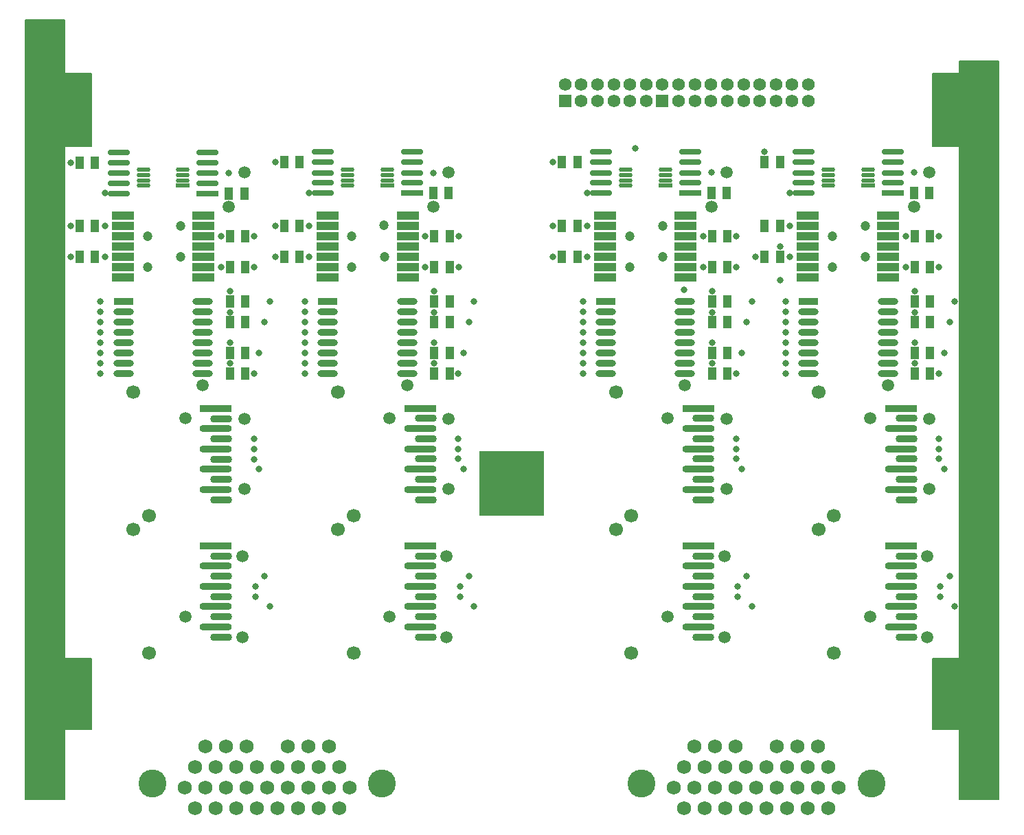
<source format=gts>
G04*
G04 #@! TF.GenerationSoftware,Altium Limited,Altium Designer,20.1.10 (176)*
G04*
G04 Layer_Color=8388736*
%FSAX42Y42*%
%MOMM*%
G71*
G04*
G04 #@! TF.SameCoordinates,05C6C66F-C92C-4908-9B6B-627AEAEC3FAA*
G04*
G04*
G04 #@! TF.FilePolarity,Negative*
G04*
G01*
G75*
%ADD14R,8.00X8.00*%
%ADD15R,2.74X1.02*%
%ADD16R,1.00X1.50*%
%ADD17O,2.70X0.90*%
%ADD18O,4.00X0.90*%
%ADD19R,4.00X0.90*%
%ADD20O,2.49X0.90*%
%ADD21R,2.49X0.90*%
%ADD22O,1.70X0.58*%
%ADD23R,1.70X0.58*%
%ADD24R,2.74X0.76*%
%ADD25O,2.74X0.76*%
%ADD26C,1.70*%
%ADD27C,3.45*%
%ADD28C,1.73*%
%ADD29C,1.57*%
%ADD30R,1.57X1.57*%
%ADD31C,6.71*%
%ADD32C,6.55*%
%ADD33C,4.01*%
%ADD34C,0.80*%
%ADD35C,1.20*%
%ADD36C,1.50*%
G36*
X005809Y022685D02*
X005811Y022684D01*
X005812Y022684D01*
X005813Y022683D01*
X005814Y022683D01*
X005815Y022682D01*
X005816Y022681D01*
X005817Y022680D01*
X005818Y022678D01*
X005818Y022677D01*
X005818Y022676D01*
X005818Y022675D01*
Y022024D01*
X006138D01*
X006140Y022024D01*
X006141Y022024D01*
X006142Y022024D01*
X006143Y022023D01*
X006145Y022022D01*
X006146Y022021D01*
X006146Y022020D01*
X006147Y022019D01*
X006148Y022018D01*
X006148Y022017D01*
X006148Y022016D01*
X006148Y022014D01*
Y021125D01*
X006148Y021124D01*
X006148Y021123D01*
X006148Y021121D01*
X006147Y021120D01*
X006146Y021119D01*
X006146Y021118D01*
X006145Y021117D01*
X006143Y021116D01*
X006142Y021116D01*
X006141Y021115D01*
X006140Y021115D01*
X006138Y021115D01*
X005818D01*
Y014811D01*
X006138D01*
X006140Y014811D01*
X006141Y014810D01*
X006142Y014810D01*
X006143Y014809D01*
X006145Y014809D01*
X006146Y014808D01*
X006146Y014807D01*
X006147Y014806D01*
X006148Y014804D01*
X006148Y014803D01*
X006148Y014802D01*
X006148Y014801D01*
Y013937D01*
X006148Y013936D01*
X006148Y013934D01*
X006148Y013933D01*
X006147Y013932D01*
X006146Y013931D01*
X006146Y013930D01*
X006145Y013929D01*
X006143Y013928D01*
X006142Y013928D01*
X006141Y013927D01*
X006140Y013927D01*
X006138Y013927D01*
X005818D01*
Y013073D01*
X005818Y013072D01*
X005818Y013071D01*
X005818Y013070D01*
X005817Y013068D01*
X005816Y013067D01*
X005815Y013066D01*
X005814Y013065D01*
X005813Y013065D01*
X005812Y013064D01*
X005811Y013064D01*
X005809Y013063D01*
X005808Y013063D01*
X005326D01*
X005324Y013063D01*
X005323Y013064D01*
X005322Y013064D01*
X005320Y013065D01*
X005319Y013065D01*
X005318Y013066D01*
X005317Y013067D01*
X005317Y013068D01*
X005316Y013070D01*
X005316Y013071D01*
X005315Y013072D01*
X005315Y013073D01*
Y022675D01*
X005315Y022676D01*
X005316Y022677D01*
X005316Y022678D01*
X005317Y022680D01*
X005317Y022681D01*
X005318Y022682D01*
X005319Y022683D01*
X005320Y022683D01*
X005322Y022684D01*
X005323Y022684D01*
X005324Y022685D01*
X005326Y022685D01*
X005808D01*
X005809Y022685D01*
D02*
G37*
G36*
X017327Y022177D02*
X017328Y022177D01*
X017329Y022176D01*
X017331Y022176D01*
X017332Y022175D01*
X017333Y022174D01*
X017334Y022173D01*
X017334Y022172D01*
X017335Y022171D01*
X017335Y022170D01*
X017336Y022168D01*
X017336Y022167D01*
Y013073D01*
X017336Y013072D01*
X017335Y013071D01*
X017335Y013070D01*
X017334Y013068D01*
X017334Y013067D01*
X017333Y013066D01*
X017332Y013065D01*
X017331Y013065D01*
X017329Y013064D01*
X017328Y013064D01*
X017327Y013063D01*
X017326Y013063D01*
X016843D01*
X016842Y013063D01*
X016840Y013064D01*
X016839Y013064D01*
X016838Y013065D01*
X016837Y013065D01*
X016836Y013066D01*
X016835Y013067D01*
X016834Y013068D01*
X016834Y013070D01*
X016833Y013071D01*
X016833Y013072D01*
X016833Y013073D01*
Y013927D01*
X016513D01*
X016511Y013927D01*
X016510Y013927D01*
X016509Y013928D01*
X016508Y013928D01*
X016507Y013929D01*
X016506Y013930D01*
X016505Y013931D01*
X016504Y013932D01*
X016503Y013933D01*
X016503Y013934D01*
X016503Y013936D01*
X016503Y013937D01*
Y014801D01*
X016503Y014802D01*
X016503Y014803D01*
X016503Y014804D01*
X016504Y014806D01*
X016505Y014807D01*
X016506Y014808D01*
X016507Y014809D01*
X016508Y014809D01*
X016509Y014810D01*
X016510Y014810D01*
X016511Y014811D01*
X016513Y014811D01*
X016833D01*
Y021115D01*
X016513D01*
X016511Y021115D01*
X016510Y021115D01*
X016509Y021116D01*
X016508Y021116D01*
X016507Y021117D01*
X016506Y021118D01*
X016505Y021119D01*
X016504Y021120D01*
X016503Y021121D01*
X016503Y021123D01*
X016503Y021124D01*
X016503Y021125D01*
Y022014D01*
X016503Y022016D01*
X016503Y022017D01*
X016503Y022018D01*
X016504Y022019D01*
X016505Y022020D01*
X016506Y022021D01*
X016507Y022022D01*
X016508Y022023D01*
X016509Y022024D01*
X016510Y022024D01*
X016511Y022024D01*
X016513Y022024D01*
X016833D01*
Y022167D01*
X016833Y022168D01*
X016833Y022170D01*
X016834Y022171D01*
X016834Y022172D01*
X016835Y022173D01*
X016836Y022174D01*
X016837Y022175D01*
X016838Y022176D01*
X016839Y022176D01*
X016840Y022177D01*
X016842Y022177D01*
X016843Y022177D01*
X017326D01*
X017327Y022177D01*
D02*
G37*
D14*
X011326Y016966D02*
D03*
D15*
X009050Y020014D02*
D03*
Y019506D02*
D03*
Y019887D02*
D03*
Y019633D02*
D03*
Y019760D02*
D03*
X010040Y019506D02*
D03*
Y019633D02*
D03*
Y019760D02*
D03*
Y019887D02*
D03*
Y020014D02*
D03*
X009050Y020268D02*
D03*
Y020141D02*
D03*
X010040D02*
D03*
Y020268D02*
D03*
X013465D02*
D03*
Y020141D02*
D03*
X012475D02*
D03*
Y020268D02*
D03*
X013465Y020014D02*
D03*
Y019887D02*
D03*
Y019760D02*
D03*
Y019633D02*
D03*
Y019506D02*
D03*
X012475Y019760D02*
D03*
Y019633D02*
D03*
Y019887D02*
D03*
Y019506D02*
D03*
Y020014D02*
D03*
X015965Y020268D02*
D03*
Y020141D02*
D03*
X014975D02*
D03*
Y020268D02*
D03*
X015965Y020014D02*
D03*
Y019887D02*
D03*
Y019760D02*
D03*
Y019633D02*
D03*
Y019506D02*
D03*
X014975Y019760D02*
D03*
Y019633D02*
D03*
Y019887D02*
D03*
Y019506D02*
D03*
Y020014D02*
D03*
X006530Y020014D02*
D03*
Y019506D02*
D03*
Y019887D02*
D03*
Y019633D02*
D03*
Y019760D02*
D03*
X007520Y019506D02*
D03*
Y019633D02*
D03*
Y019760D02*
D03*
Y019887D02*
D03*
Y020014D02*
D03*
X006530Y020268D02*
D03*
Y020141D02*
D03*
X007520D02*
D03*
Y020268D02*
D03*
D16*
X008517Y020141D02*
D03*
X008707D02*
D03*
X008517Y019760D02*
D03*
X008707D02*
D03*
X010557Y020014D02*
D03*
X010367D02*
D03*
X010357Y020543D02*
D03*
X010547D02*
D03*
X008707Y020924D02*
D03*
X008517D02*
D03*
X010367Y018319D02*
D03*
X010557D02*
D03*
X010367Y018573D02*
D03*
X010557D02*
D03*
X010367Y018954D02*
D03*
X010557D02*
D03*
X010367Y019633D02*
D03*
X010557D02*
D03*
X010367Y019208D02*
D03*
X010557D02*
D03*
X013982Y020014D02*
D03*
X013792D02*
D03*
X011942Y019760D02*
D03*
X012132D02*
D03*
X011942Y020141D02*
D03*
X012132D02*
D03*
X013972Y020543D02*
D03*
X013782D02*
D03*
X011942Y020924D02*
D03*
X012132D02*
D03*
X013792Y018319D02*
D03*
X013982D02*
D03*
X013792Y018573D02*
D03*
X013982D02*
D03*
X013792Y018954D02*
D03*
X013982D02*
D03*
Y019633D02*
D03*
X013792D02*
D03*
Y019208D02*
D03*
X013982D02*
D03*
X016482Y020014D02*
D03*
X016292D02*
D03*
X014632Y019760D02*
D03*
X014442D02*
D03*
X014632Y020141D02*
D03*
X014442D02*
D03*
X016472Y020543D02*
D03*
X016282D02*
D03*
X014442Y020924D02*
D03*
X014632D02*
D03*
X016292Y018319D02*
D03*
X016482D02*
D03*
X016292Y018573D02*
D03*
X016482D02*
D03*
X016292Y018954D02*
D03*
X016482D02*
D03*
Y019633D02*
D03*
X016292D02*
D03*
Y019208D02*
D03*
X016482D02*
D03*
X005997Y020141D02*
D03*
X006187D02*
D03*
X005997Y019760D02*
D03*
X006187D02*
D03*
X008037Y020014D02*
D03*
X007847D02*
D03*
X007837Y020542D02*
D03*
X008027D02*
D03*
X006187Y020923D02*
D03*
X005997D02*
D03*
X008037Y018319D02*
D03*
X007847D02*
D03*
X008037Y018573D02*
D03*
X007847D02*
D03*
X008037Y018954D02*
D03*
X007847D02*
D03*
Y019633D02*
D03*
X008037D02*
D03*
Y019208D02*
D03*
X007847D02*
D03*
D17*
X010262Y016071D02*
D03*
Y015821D02*
D03*
Y015571D02*
D03*
Y015321D02*
D03*
Y015071D02*
D03*
Y017766D02*
D03*
Y017516D02*
D03*
Y017266D02*
D03*
Y017016D02*
D03*
Y016766D02*
D03*
X013687Y017766D02*
D03*
Y017516D02*
D03*
Y017266D02*
D03*
Y017016D02*
D03*
Y016766D02*
D03*
Y016071D02*
D03*
Y015821D02*
D03*
Y015571D02*
D03*
Y015321D02*
D03*
Y015071D02*
D03*
X016187D02*
D03*
Y015321D02*
D03*
Y015571D02*
D03*
Y015821D02*
D03*
Y016071D02*
D03*
Y016766D02*
D03*
Y017016D02*
D03*
Y017266D02*
D03*
Y017516D02*
D03*
Y017766D02*
D03*
X007742Y015071D02*
D03*
Y015321D02*
D03*
Y015571D02*
D03*
Y015821D02*
D03*
Y016071D02*
D03*
Y016765D02*
D03*
Y017015D02*
D03*
Y017265D02*
D03*
Y017515D02*
D03*
Y017765D02*
D03*
D18*
X010197Y015946D02*
D03*
Y015696D02*
D03*
Y015446D02*
D03*
Y015196D02*
D03*
Y017641D02*
D03*
Y017391D02*
D03*
Y017141D02*
D03*
Y016891D02*
D03*
X013622Y017641D02*
D03*
Y017391D02*
D03*
Y017141D02*
D03*
Y016891D02*
D03*
Y015946D02*
D03*
Y015696D02*
D03*
Y015446D02*
D03*
Y015196D02*
D03*
X016122D02*
D03*
Y015446D02*
D03*
Y015696D02*
D03*
Y015946D02*
D03*
Y016891D02*
D03*
Y017141D02*
D03*
Y017391D02*
D03*
Y017641D02*
D03*
X007677Y015196D02*
D03*
Y015446D02*
D03*
Y015696D02*
D03*
Y015946D02*
D03*
Y016890D02*
D03*
Y017140D02*
D03*
Y017390D02*
D03*
Y017640D02*
D03*
D19*
X010197Y016196D02*
D03*
Y017891D02*
D03*
X013622D02*
D03*
Y016196D02*
D03*
X016122D02*
D03*
Y017891D02*
D03*
X007677Y016196D02*
D03*
Y017890D02*
D03*
D20*
X010034Y018319D02*
D03*
Y018446D02*
D03*
Y018573D02*
D03*
Y018700D02*
D03*
Y018827D02*
D03*
Y018954D02*
D03*
Y019081D02*
D03*
Y019208D02*
D03*
X009056Y018319D02*
D03*
Y018446D02*
D03*
Y018573D02*
D03*
Y018700D02*
D03*
Y018827D02*
D03*
Y018954D02*
D03*
Y019081D02*
D03*
X013459Y018319D02*
D03*
Y018446D02*
D03*
Y018573D02*
D03*
Y018700D02*
D03*
Y018827D02*
D03*
Y018954D02*
D03*
Y019081D02*
D03*
Y019208D02*
D03*
X012481Y018319D02*
D03*
Y018446D02*
D03*
Y018573D02*
D03*
Y018700D02*
D03*
Y018827D02*
D03*
Y018954D02*
D03*
Y019081D02*
D03*
X015959Y018319D02*
D03*
Y018446D02*
D03*
Y018573D02*
D03*
Y018700D02*
D03*
Y018827D02*
D03*
Y018954D02*
D03*
Y019081D02*
D03*
Y019208D02*
D03*
X014981Y018319D02*
D03*
Y018446D02*
D03*
Y018573D02*
D03*
Y018700D02*
D03*
Y018827D02*
D03*
Y018954D02*
D03*
Y019081D02*
D03*
X007514Y018319D02*
D03*
Y018446D02*
D03*
Y018573D02*
D03*
Y018700D02*
D03*
Y018827D02*
D03*
Y018954D02*
D03*
Y019081D02*
D03*
Y019208D02*
D03*
X006536Y018319D02*
D03*
Y018446D02*
D03*
Y018573D02*
D03*
Y018700D02*
D03*
Y018827D02*
D03*
Y018954D02*
D03*
Y019081D02*
D03*
D21*
X009056Y019208D02*
D03*
X012481D02*
D03*
X014981D02*
D03*
X006536Y019208D02*
D03*
D22*
X009300Y020833D02*
D03*
Y020768D02*
D03*
Y020703D02*
D03*
Y020638D02*
D03*
X009790Y020833D02*
D03*
Y020768D02*
D03*
Y020703D02*
D03*
X013215D02*
D03*
Y020768D02*
D03*
Y020833D02*
D03*
X012725Y020638D02*
D03*
Y020703D02*
D03*
Y020768D02*
D03*
Y020833D02*
D03*
X015225D02*
D03*
Y020768D02*
D03*
Y020703D02*
D03*
Y020638D02*
D03*
X015715Y020833D02*
D03*
Y020768D02*
D03*
Y020703D02*
D03*
X006780Y020832D02*
D03*
Y020767D02*
D03*
Y020702D02*
D03*
Y020637D02*
D03*
X007270Y020832D02*
D03*
Y020767D02*
D03*
Y020702D02*
D03*
D23*
X009790Y020638D02*
D03*
X013215D02*
D03*
X015715D02*
D03*
X007270Y020637D02*
D03*
D24*
X010095Y020543D02*
D03*
X013520D02*
D03*
X016020D02*
D03*
X007575Y020542D02*
D03*
D25*
X010095Y020670D02*
D03*
Y020796D02*
D03*
Y020924D02*
D03*
Y021051D02*
D03*
X008995Y020543D02*
D03*
Y020670D02*
D03*
Y020796D02*
D03*
Y020924D02*
D03*
Y021051D02*
D03*
X012420D02*
D03*
Y020924D02*
D03*
Y020796D02*
D03*
Y020670D02*
D03*
Y020543D02*
D03*
X013520Y021051D02*
D03*
Y020924D02*
D03*
Y020796D02*
D03*
Y020670D02*
D03*
X016020D02*
D03*
Y020796D02*
D03*
Y020924D02*
D03*
Y021051D02*
D03*
X014920Y020543D02*
D03*
Y020670D02*
D03*
Y020796D02*
D03*
Y020924D02*
D03*
Y021051D02*
D03*
X007575Y020669D02*
D03*
Y020796D02*
D03*
Y020923D02*
D03*
Y021050D02*
D03*
X006475Y020542D02*
D03*
Y020669D02*
D03*
Y020796D02*
D03*
Y020923D02*
D03*
Y021050D02*
D03*
D26*
X009371Y014875D02*
D03*
X009181Y016399D02*
D03*
X009371Y016569D02*
D03*
X009181Y018093D02*
D03*
X012796Y016569D02*
D03*
X012606Y018093D02*
D03*
X012796Y014875D02*
D03*
X012606Y016399D02*
D03*
X015106D02*
D03*
X015296Y014875D02*
D03*
X015106Y018093D02*
D03*
X015296Y016569D02*
D03*
X006661Y016398D02*
D03*
X006851Y014874D02*
D03*
X006661Y018093D02*
D03*
X006851Y016569D02*
D03*
D27*
X006893Y013267D02*
D03*
X009725D02*
D03*
X012925D02*
D03*
X015757D02*
D03*
D28*
X008435Y013470D02*
D03*
X007673D02*
D03*
X007927D02*
D03*
X008181D02*
D03*
X007419D02*
D03*
X008689D02*
D03*
X008943D02*
D03*
X009197D02*
D03*
X008054Y013216D02*
D03*
X009324D02*
D03*
X007292D02*
D03*
X007546D02*
D03*
X007800D02*
D03*
X008308D02*
D03*
X008562D02*
D03*
X008816D02*
D03*
X009070D02*
D03*
X007419Y012962D02*
D03*
X007673D02*
D03*
X007927D02*
D03*
X008181D02*
D03*
X008435D02*
D03*
X008689D02*
D03*
X008943D02*
D03*
X009197D02*
D03*
X008562Y013724D02*
D03*
X007800D02*
D03*
X008054D02*
D03*
X007546D02*
D03*
X008816D02*
D03*
X009070D02*
D03*
X014467Y013470D02*
D03*
X013705D02*
D03*
X013959D02*
D03*
X014213D02*
D03*
X013451D02*
D03*
X014721D02*
D03*
X014975D02*
D03*
X015229D02*
D03*
X014086Y013216D02*
D03*
X015356D02*
D03*
X013324D02*
D03*
X013578D02*
D03*
X013832D02*
D03*
X014340D02*
D03*
X014594D02*
D03*
X014848D02*
D03*
X015102D02*
D03*
X013451Y012962D02*
D03*
X013705D02*
D03*
X013959D02*
D03*
X014213D02*
D03*
X014467D02*
D03*
X014721D02*
D03*
X014975D02*
D03*
X015229D02*
D03*
X014594Y013724D02*
D03*
X013832D02*
D03*
X014086D02*
D03*
X013578D02*
D03*
X014848D02*
D03*
X015102D02*
D03*
D29*
X014980Y021884D02*
D03*
X014780D02*
D03*
X014580D02*
D03*
X014180Y021684D02*
D03*
X014380Y021884D02*
D03*
Y021684D02*
D03*
X014180Y021884D02*
D03*
X013180D02*
D03*
X013380Y021684D02*
D03*
Y021884D02*
D03*
X013580D02*
D03*
X013780D02*
D03*
X013980Y021684D02*
D03*
Y021884D02*
D03*
X013580Y021684D02*
D03*
X013780D02*
D03*
X014980D02*
D03*
X014780D02*
D03*
X014580D02*
D03*
X012780Y021884D02*
D03*
Y021684D02*
D03*
X012580Y021884D02*
D03*
Y021684D02*
D03*
X012380Y021884D02*
D03*
Y021684D02*
D03*
X012180Y021884D02*
D03*
Y021684D02*
D03*
X011980Y021884D02*
D03*
X012980D02*
D03*
Y021684D02*
D03*
D30*
X013180D02*
D03*
X011980D02*
D03*
D31*
X011326Y016967D02*
D03*
D32*
X016926Y021567D02*
D03*
Y014367D02*
D03*
X005726D02*
D03*
Y021567D02*
D03*
D33*
X017076Y016467D02*
D03*
Y019467D02*
D03*
X005576D02*
D03*
X005576Y016467D02*
D03*
D34*
X013450Y019350D02*
D03*
X013792Y019335D02*
D03*
X011831Y019760D02*
D03*
X012850Y021100D02*
D03*
X010357Y020796D02*
D03*
X008406Y019760D02*
D03*
X008828Y019760D02*
D03*
X010258Y019633D02*
D03*
Y020014D02*
D03*
X010684Y015571D02*
D03*
Y015696D02*
D03*
X010665Y017391D02*
D03*
Y017516D02*
D03*
X010666Y019633D02*
D03*
Y020015D02*
D03*
X010860Y019208D02*
D03*
X008406Y020141D02*
D03*
Y020924D02*
D03*
X008828Y020141D02*
D03*
Y020546D02*
D03*
X010665Y017266D02*
D03*
Y018319D02*
D03*
X010860Y015446D02*
D03*
X008774Y018446D02*
D03*
Y018573D02*
D03*
Y018827D02*
D03*
Y018954D02*
D03*
Y019208D02*
D03*
X010367Y018446D02*
D03*
X010730Y017141D02*
D03*
Y018573D02*
D03*
X010795Y018954D02*
D03*
X008774Y018319D02*
D03*
Y018700D02*
D03*
Y019081D02*
D03*
X010367Y018701D02*
D03*
Y019076D02*
D03*
Y019335D02*
D03*
X010795Y015821D02*
D03*
X007837Y020796D02*
D03*
X014632Y019887D02*
D03*
Y019475D02*
D03*
X014442Y021057D02*
D03*
X016292Y019335D02*
D03*
X016591Y019633D02*
D03*
X016292Y019076D02*
D03*
Y018701D02*
D03*
Y018446D02*
D03*
X014753Y020546D02*
D03*
X016282Y020798D02*
D03*
X014699Y019208D02*
D03*
Y019081D02*
D03*
Y018954D02*
D03*
Y018827D02*
D03*
Y018700D02*
D03*
Y018573D02*
D03*
Y018446D02*
D03*
Y018319D02*
D03*
X016591Y020015D02*
D03*
X014331Y019760D02*
D03*
X016183Y019633D02*
D03*
Y020014D02*
D03*
X014753Y019760D02*
D03*
Y020141D02*
D03*
X016590Y017266D02*
D03*
X016655Y018573D02*
D03*
Y017141D02*
D03*
X016590Y017391D02*
D03*
Y018319D02*
D03*
Y017516D02*
D03*
X016785Y019208D02*
D03*
Y015446D02*
D03*
X016609Y015571D02*
D03*
X016720Y018954D02*
D03*
Y015821D02*
D03*
X016609Y015696D02*
D03*
X014091Y019633D02*
D03*
X013792Y019076D02*
D03*
Y018701D02*
D03*
Y018446D02*
D03*
X011831Y020924D02*
D03*
X012253Y020546D02*
D03*
X013782Y020798D02*
D03*
X012199Y019208D02*
D03*
Y019081D02*
D03*
Y018954D02*
D03*
Y018827D02*
D03*
Y018700D02*
D03*
Y018573D02*
D03*
Y018446D02*
D03*
Y018319D02*
D03*
X014091Y020015D02*
D03*
X011831Y020141D02*
D03*
X013683Y019633D02*
D03*
Y020014D02*
D03*
X012253Y019760D02*
D03*
Y020141D02*
D03*
X014090Y017266D02*
D03*
X014155Y018573D02*
D03*
Y017141D02*
D03*
X014090Y017391D02*
D03*
Y018319D02*
D03*
Y017516D02*
D03*
X014285Y019208D02*
D03*
Y015446D02*
D03*
X014109Y015571D02*
D03*
X014220Y018954D02*
D03*
Y015821D02*
D03*
X014109Y015696D02*
D03*
X006308Y020546D02*
D03*
X008275Y015821D02*
D03*
X008164Y015696D02*
D03*
X005886Y020923D02*
D03*
X007847Y018445D02*
D03*
Y019075D02*
D03*
Y018700D02*
D03*
Y019335D02*
D03*
X008146Y020015D02*
D03*
X005886Y019760D02*
D03*
Y020141D02*
D03*
X008340Y019208D02*
D03*
Y015446D02*
D03*
X008146Y019633D02*
D03*
X006254Y019208D02*
D03*
Y019081D02*
D03*
Y018954D02*
D03*
Y018827D02*
D03*
Y018700D02*
D03*
Y018573D02*
D03*
Y018446D02*
D03*
Y018319D02*
D03*
X006308Y020141D02*
D03*
Y019759D02*
D03*
X007738Y020014D02*
D03*
Y019633D02*
D03*
X008210Y018573D02*
D03*
Y017140D02*
D03*
X008145Y017265D02*
D03*
Y018319D02*
D03*
Y017515D02*
D03*
Y017390D02*
D03*
X008164Y015571D02*
D03*
X008275Y018954D02*
D03*
D35*
X009750Y020150D02*
D03*
X009352Y019633D02*
D03*
Y020014D02*
D03*
X009759Y019760D02*
D03*
X015277Y019633D02*
D03*
Y020014D02*
D03*
X015684Y019760D02*
D03*
Y020141D02*
D03*
X012777Y019633D02*
D03*
Y020014D02*
D03*
X013184Y019760D02*
D03*
Y020141D02*
D03*
X006832Y019633D02*
D03*
X007239Y020141D02*
D03*
Y019760D02*
D03*
X006832Y020014D02*
D03*
D36*
X010034Y018176D02*
D03*
X010547Y017761D02*
D03*
X010520Y015071D02*
D03*
Y016071D02*
D03*
X010547Y016898D02*
D03*
Y020798D02*
D03*
X010357Y020375D02*
D03*
X009819Y015321D02*
D03*
Y017770D02*
D03*
X016472Y017761D02*
D03*
Y016898D02*
D03*
X016445Y016071D02*
D03*
X015744Y017770D02*
D03*
Y015321D02*
D03*
X016445Y015071D02*
D03*
X016282Y020375D02*
D03*
X016472Y020798D02*
D03*
X015959Y018176D02*
D03*
X013972Y017761D02*
D03*
Y016898D02*
D03*
X013945Y016071D02*
D03*
X013244Y017770D02*
D03*
Y015321D02*
D03*
X013945Y015071D02*
D03*
X013782Y020375D02*
D03*
X013972Y020798D02*
D03*
X013459Y018176D02*
D03*
X008000Y015071D02*
D03*
Y016071D02*
D03*
X008027Y020797D02*
D03*
X007514Y018176D02*
D03*
X007837Y020374D02*
D03*
X008027Y017760D02*
D03*
Y016897D02*
D03*
X007299Y017770D02*
D03*
Y015321D02*
D03*
M02*

</source>
